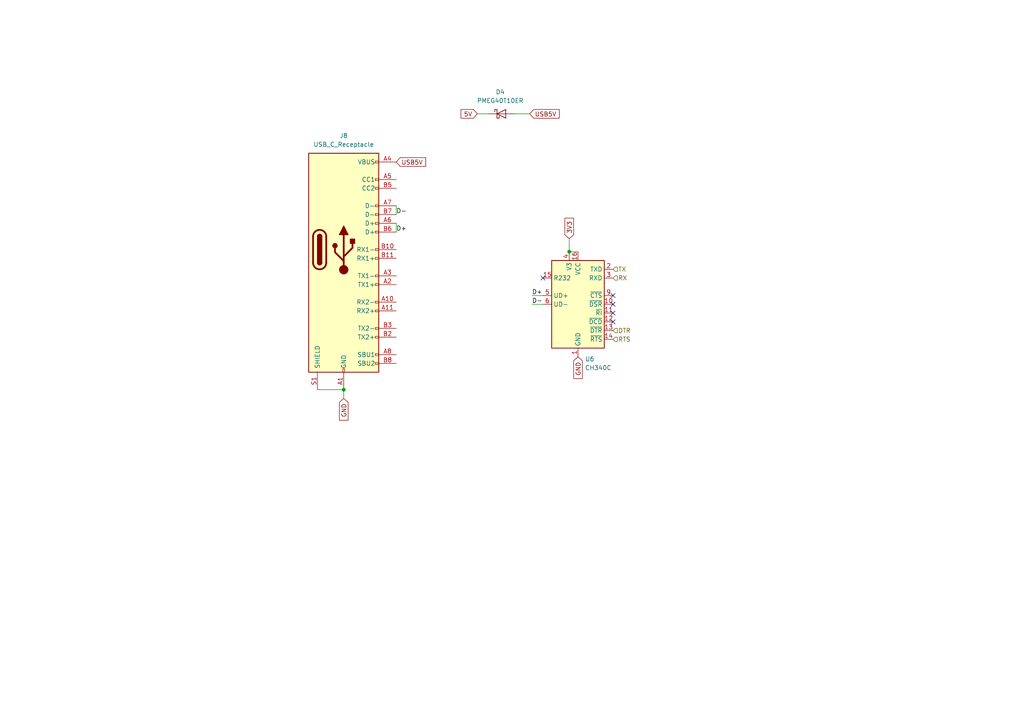
<source format=kicad_sch>
(kicad_sch (version 20211123) (generator eeschema)
  (paper "A4")
  (lib_symbols
    (symbol "Connector:USB_C_Receptacle" (pin_names (offset 1.016))
      (property "Reference" "J" (at -10.16 29.21 0))
      (property "Value" "USB_C_Receptacle" (at 10.16 29.21 0))
      (symbol "USB_C_Receptacle_0_0"
        (rectangle (start -0.254 -35.56) (end 0.254 -34.544))
        (rectangle (start 10.16 -32.766) (end 9.144 -33.274))
        (rectangle (start 10.16 -30.226) (end 9.144 -30.734))
        (rectangle (start 10.16 -25.146) (end 9.144 -25.654))
        (rectangle (start 10.16 -22.606) (end 9.144 -23.114))
        (rectangle (start 10.16 -17.526) (end 9.144 -18.034))
        (rectangle (start 10.16 -14.986) (end 9.144 -15.494))
        (rectangle (start 10.16 -9.906) (end 9.144 -10.414))
        (rectangle (start 10.16 -7.366) (end 9.144 -7.874))
        (rectangle (start 10.16 -2.286) (end 9.144 -2.794))
        (rectangle (start 10.16 0.254) (end 9.144 -0.254))
        (rectangle (start 10.16 5.334) (end 9.144 4.826))
        (rectangle (start 10.16 7.874) (end 9.144 7.366))
        (rectangle (start 10.16 10.414) (end 9.144 9.906))
        (rectangle (start 10.16 12.954) (end 9.144 12.446))
        (rectangle (start 10.16 18.034) (end 9.144 17.526))
        (rectangle (start 10.16 20.574) (end 9.144 20.066))
        (rectangle (start 10.16 25.654) (end 9.144 25.146))
      )
      (symbol "USB_C_Receptacle_0_1"
        (rectangle (start -10.16 27.94) (end 10.16 -35.56) (stroke (width 0.254)) (fill (type background)))
        (arc (start -8.89 -3.81) (mid -6.985 -5.715) (end -5.08 -3.81) (stroke (width 0.508)))
        (arc (start -7.62 -3.81) (mid -6.985 -4.445) (end -6.35 -3.81) (stroke (width 0.254)))
        (arc (start -7.62 -3.81) (mid -6.985 -4.445) (end -6.35 -3.81) (stroke (width 0.254)) (fill (type outline)))
        (rectangle (start -7.62 -3.81) (end -6.35 3.81) (stroke (width 0.254)) (fill (type outline)))
        (arc (start -6.35 3.81) (mid -6.985 4.445) (end -7.62 3.81) (stroke (width 0.254)))
        (arc (start -6.35 3.81) (mid -6.985 4.445) (end -7.62 3.81) (stroke (width 0.254)) (fill (type outline)))
        (arc (start -5.08 3.81) (mid -6.985 5.715) (end -8.89 3.81) (stroke (width 0.508)))
        (polyline (pts (xy -8.89 -3.81) (xy -8.89 3.81)) (stroke (width 0.508)))
        (polyline (pts (xy -5.08 3.81) (xy -5.08 -3.81)) (stroke (width 0.508)))
      )
      (symbol "USB_C_Receptacle_1_1"
        (circle (center -2.54 1.143) (radius 0.635) (stroke (width 0.254)) (fill (type outline)))
        (circle (center 0 -5.842) (radius 1.27) (fill (type outline)))
        (polyline (pts (xy 0 -5.842) (xy 0 4.318)) (stroke (width 0.508)))
        (polyline (pts (xy 0 -3.302) (xy -2.54 -0.762) (xy -2.54 0.508)) (stroke (width 0.508)))
        (polyline (pts (xy 0 -2.032) (xy 2.54 0.508) (xy 2.54 1.778)) (stroke (width 0.508)))
        (polyline (pts (xy -1.27 4.318) (xy 0 6.858) (xy 1.27 4.318) (xy -1.27 4.318)) (stroke (width 0.254)) (fill (type outline)))
        (rectangle (start 1.905 1.778) (end 3.175 3.048) (stroke (width 0.254)) (fill (type outline)))
        (pin passive line (at 0 -40.64 90) (length 5.08) (name "GND") (number "A1"))
        (pin bidirectional line (at 15.24 -15.24 180) (length 5.08) (name "RX2-") (number "A10"))
        (pin bidirectional line (at 15.24 -17.78 180) (length 5.08) (name "RX2+") (number "A11"))
        (pin passive line (at 0 -40.64 90) (length 5.08) hide (name "GND") (number "A12"))
        (pin bidirectional line (at 15.24 -10.16 180) (length 5.08) (name "TX1+") (number "A2"))
        (pin bidirectional line (at 15.24 -7.62 180) (length 5.08) (name "TX1-") (number "A3"))
        (pin passive line (at 15.24 25.4 180) (length 5.08) (name "VBUS") (number "A4"))
        (pin bidirectional line (at 15.24 20.32 180) (length 5.08) (name "CC1") (number "A5"))
        (pin bidirectional line (at 15.24 7.62 180) (length 5.08) (name "D+") (number "A6"))
        (pin bidirectional line (at 15.24 12.7 180) (length 5.08) (name "D-") (number "A7"))
        (pin bidirectional line (at 15.24 -30.48 180) (length 5.08) (name "SBU1") (number "A8"))
        (pin passive line (at 15.24 25.4 180) (length 5.08) hide (name "VBUS") (number "A9"))
        (pin passive line (at 0 -40.64 90) (length 5.08) hide (name "GND") (number "B1"))
        (pin bidirectional line (at 15.24 0 180) (length 5.08) (name "RX1-") (number "B10"))
        (pin bidirectional line (at 15.24 -2.54 180) (length 5.08) (name "RX1+") (number "B11"))
        (pin passive line (at 0 -40.64 90) (length 5.08) hide (name "GND") (number "B12"))
        (pin bidirectional line (at 15.24 -25.4 180) (length 5.08) (name "TX2+") (number "B2"))
        (pin bidirectional line (at 15.24 -22.86 180) (length 5.08) (name "TX2-") (number "B3"))
        (pin passive line (at 15.24 25.4 180) (length 5.08) hide (name "VBUS") (number "B4"))
        (pin bidirectional line (at 15.24 17.78 180) (length 5.08) (name "CC2") (number "B5"))
        (pin bidirectional line (at 15.24 5.08 180) (length 5.08) (name "D+") (number "B6"))
        (pin bidirectional line (at 15.24 10.16 180) (length 5.08) (name "D-") (number "B7"))
        (pin bidirectional line (at 15.24 -33.02 180) (length 5.08) (name "SBU2") (number "B8"))
        (pin passive line (at 15.24 25.4 180) (length 5.08) hide (name "VBUS") (number "B9"))
        (pin passive line (at -7.62 -40.64 90) (length 5.08) (name "SHIELD") (number "S1"))
      )
    )
    (symbol "Diode:PMEG40T10ER" (pin_numbers hide) (pin_names hide)
      (property "Reference" "D" (at 0 2.54 0))
      (property "Value" "PMEG40T10ER" (at 0 -2.54 0))
      (symbol "PMEG40T10ER_0_1"
        (polyline (pts (xy 1.27 0) (xy -1.27 0)))
        (polyline (pts (xy 1.27 1.27) (xy 1.27 -1.27) (xy -1.27 0) (xy 1.27 1.27)) (stroke (width 0.2032)))
        (polyline (pts (xy -1.905 0.635) (xy -1.905 1.27) (xy -1.27 1.27) (xy -1.27 -1.27) (xy -0.635 -1.27) (xy -0.635 -0.635)) (stroke (width 0.2032)))
      )
      (symbol "PMEG40T10ER_1_1"
        (pin passive line (at -3.81 0 0) (length 2.54) (name "K") (number "1"))
        (pin passive line (at 3.81 0 180) (length 2.54) (name "A") (number "2"))
      )
    )
    (symbol "Interface_USB:CH340C"
      (property "Reference" "U" (at -5.08 13.97 0))
      (property "Value" "CH340C" (at 1.27 13.97 0))
      (symbol "CH340C_0_1"
        (rectangle (start -7.62 12.7) (end 7.62 -12.7) (stroke (width 0.254)) (fill (type background)))
      )
      (symbol "CH340C_1_1"
        (pin power_in line (at 0 -15.24 90) (length 2.54) (name "GND") (number "1"))
        (pin input line (at 10.16 0 180) (length 2.54) (name "~{DSR}") (number "10"))
        (pin input line (at 10.16 -2.54 180) (length 2.54) (name "~{RI}") (number "11"))
        (pin input line (at 10.16 -5.08 180) (length 2.54) (name "~{DCD}") (number "12"))
        (pin output line (at 10.16 -7.62 180) (length 2.54) (name "~{DTR}") (number "13"))
        (pin output line (at 10.16 -10.16 180) (length 2.54) (name "~{RTS}") (number "14"))
        (pin input line (at -10.16 7.62 0) (length 2.54) (name "R232") (number "15"))
        (pin power_in line (at 0 15.24 270) (length 2.54) (name "VCC") (number "16"))
        (pin output line (at 10.16 10.16 180) (length 2.54) (name "TXD") (number "2"))
        (pin input line (at 10.16 7.62 180) (length 2.54) (name "RXD") (number "3"))
        (pin passive line (at -2.54 15.24 270) (length 2.54) (name "V3") (number "4"))
        (pin bidirectional line (at -10.16 2.54 0) (length 2.54) (name "UD+") (number "5"))
        (pin bidirectional line (at -10.16 0 0) (length 2.54) (name "UD-") (number "6"))
        (pin no_connect line (at -7.62 -7.62 0) (length 2.54) hide (name "NC") (number "7"))
        (pin no_connect line (at -7.62 -10.16 0) (length 2.54) hide (name "NC") (number "8"))
        (pin input line (at 10.16 2.54 180) (length 2.54) (name "~{CTS}") (number "9"))
      )
    )
  )
  (junction (at 99.695 113.03))
  (junction (at 165.1 73.025))
  (no_connect (at 177.8 93.345))
  (no_connect (at 177.8 88.265))
  (no_connect (at 177.8 90.805))
  (no_connect (at 157.48 80.645))
  (no_connect (at 177.8 85.725))
  (wire (pts (xy 154.305 88.265) (xy 157.48 88.265)))
  (wire (pts (xy 138.43 33.02) (xy 141.605 33.02)))
  (wire (pts (xy 165.1 69.215) (xy 165.1 73.025)))
  (wire (pts (xy 165.1 73.025) (xy 167.64 73.025)))
  (wire (pts (xy 154.305 85.725) (xy 157.48 85.725)))
  (wire (pts (xy 153.67 33.02) (xy 149.225 33.02)))
  (wire (pts (xy 92.075 113.03) (xy 99.695 113.03)))
  (wire (pts (xy 99.695 115.57) (xy 99.695 113.03)))
  (wire (pts (xy 114.935 59.69) (xy 114.935 62.23)))
  (wire (pts (xy 114.935 64.77) (xy 114.935 67.31)))
  (label "D-" (at 114.935 62.23 0))
  (label "D+" (at 154.305 85.725 0))
  (label "D-" (at 154.305 88.265 0))
  (label "D+" (at 114.935 67.31 0))
  (global_label "GND" (shape input) (at 167.64 103.505 270) (property "Intersheet References" "${INTERSHEET_REFS}" (effects hide)))
  (global_label "USB5V" (shape input) (at 114.935 46.99 0) (property "Intersheet References" "${INTERSHEET_REFS}" (effects hide)))
  (global_label "3V3" (shape input) (at 165.1 69.215 90) (property "Intersheet References" "${INTERSHEET_REFS}" (effects hide)))
  (global_label "USB5V" (shape input) (at 153.67 33.02 0) (property "Intersheet References" "${INTERSHEET_REFS}" (effects hide)))
  (global_label "GND" (shape input) (at 99.695 115.57 270) (property "Intersheet References" "${INTERSHEET_REFS}" (effects hide)))
  (global_label "5V" (shape input) (at 138.43 33.02 180) (property "Intersheet References" "${INTERSHEET_REFS}" (effects hide)))
  (hierarchical_label "RTS" (shape input) (at 177.8 98.425 0))
  (hierarchical_label "TX" (shape input) (at 177.8 78.105 0))
  (hierarchical_label "RX" (shape input) (at 177.8 80.645 0))
  (hierarchical_label "DTR" (shape input) (at 177.8 95.885 0))
  (symbol (lib_id "Connector:USB_C_Receptacle") (at 99.695 72.39 0) (unit 1)
    (property "Reference" "J8" (at 99.695 39.37 0))
    (property "Value" "USB_C_Receptacle" (at 99.695 41.91 0))
    (property "Footprint" "Connector_USB:USB_C_Receptacle_Palconn_UTC16-G" (effects hide))
    (property "Datasheet" "https://www.usb.org/sites/default/files/documents/usb_type-c.zip" (effects hide))
  )
  (symbol (lib_id "Interface_USB:CH340C") (at 167.64 88.265 0) (unit 1)
    (property "Reference" "U6" (at 169.6594 104.14 0) (effects (justify left)))
    (property "Value" "CH340C" (at 169.6594 106.68 0) (effects (justify left)))
    (property "Footprint" "Package_SO:SOIC-16_3.9x9.9mm_P1.27mm" (effects hide))
    (property "Datasheet" "https://datasheet.lcsc.com/szlcsc/Jiangsu-Qin-Heng-CH340C_C84681.pdf" (effects hide))
  )
  (symbol (lib_id "Diode:PMEG40T10ER") (at 145.415 33.02 0) (unit 1)
    (property "Reference" "D4" (at 145.0975 26.67 0))
    (property "Value" "PMEG40T10ER" (at 145.0975 29.21 0))
    (property "Footprint" "Diode_SMD:Nexperia_CFP3_SOD-123W" (effects hide))
    (property "Datasheet" "https://assets.nexperia.com/documents/data-sheet/PMEG40T10ER.pdf" (effects hide))
  )
)
</source>
